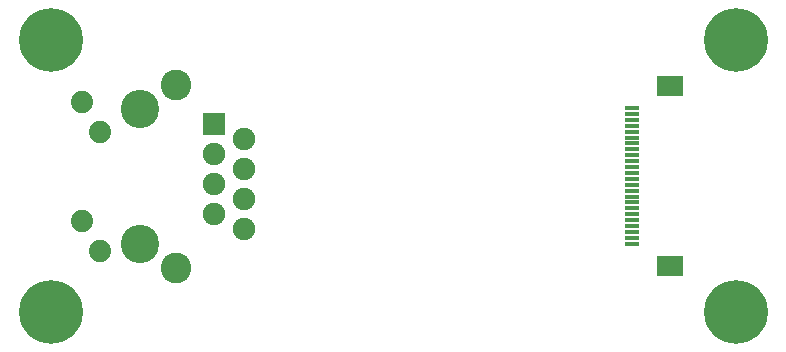
<source format=gbr>
G04 #@! TF.GenerationSoftware,KiCad,Pcbnew,7.0.7-2.fc38*
G04 #@! TF.CreationDate,2023-10-29T11:35:09+01:00*
G04 #@! TF.ProjectId,mangopimqpro-lan8720,6d616e67-6f70-4696-9d71-70726f2d6c61,rev?*
G04 #@! TF.SameCoordinates,Original*
G04 #@! TF.FileFunction,Soldermask,Bot*
G04 #@! TF.FilePolarity,Negative*
%FSLAX46Y46*%
G04 Gerber Fmt 4.6, Leading zero omitted, Abs format (unit mm)*
G04 Created by KiCad (PCBNEW 7.0.7-2.fc38) date 2023-10-29 11:35:09*
%MOMM*%
%LPD*%
G01*
G04 APERTURE LIST*
%ADD10C,3.250000*%
%ADD11C,1.890000*%
%ADD12R,1.900000X1.900000*%
%ADD13C,1.900000*%
%ADD14C,2.600000*%
%ADD15C,5.400000*%
%ADD16R,1.300000X0.300000*%
%ADD17R,2.200000X1.800000*%
G04 APERTURE END LIST*
D10*
X23530000Y-33835000D03*
X23530000Y-45265000D03*
D11*
X20150000Y-45875000D03*
X18630000Y-43335000D03*
X20150000Y-35765000D03*
X18630000Y-33225000D03*
D12*
X29870000Y-35105000D03*
D13*
X32410000Y-36375000D03*
X29870000Y-37645000D03*
X32410000Y-38915000D03*
X29870000Y-40185000D03*
X32410000Y-41455000D03*
X29870000Y-42725000D03*
X32410000Y-43995000D03*
D14*
X26580000Y-31775000D03*
X26580000Y-47325000D03*
D15*
X74000000Y-28000000D03*
X74000000Y-51000000D03*
X16000000Y-51000000D03*
X16000000Y-28000000D03*
D16*
X65200000Y-33750000D03*
X65200000Y-34250000D03*
X65200000Y-34750000D03*
X65200000Y-35250000D03*
X65200000Y-35750000D03*
X65200000Y-36250000D03*
X65200000Y-36750000D03*
X65200000Y-37250000D03*
X65200000Y-37750000D03*
X65200000Y-38250000D03*
X65200000Y-38750000D03*
X65200000Y-39250000D03*
X65200000Y-39750000D03*
X65200000Y-40250000D03*
X65200000Y-40750000D03*
X65200000Y-41250000D03*
X65200000Y-41750000D03*
X65200000Y-42250000D03*
X65200000Y-42750000D03*
X65200000Y-43250000D03*
X65200000Y-43750000D03*
X65200000Y-44250000D03*
X65200000Y-44750000D03*
X65200000Y-45250000D03*
D17*
X68450000Y-31850000D03*
X68450000Y-47150000D03*
M02*

</source>
